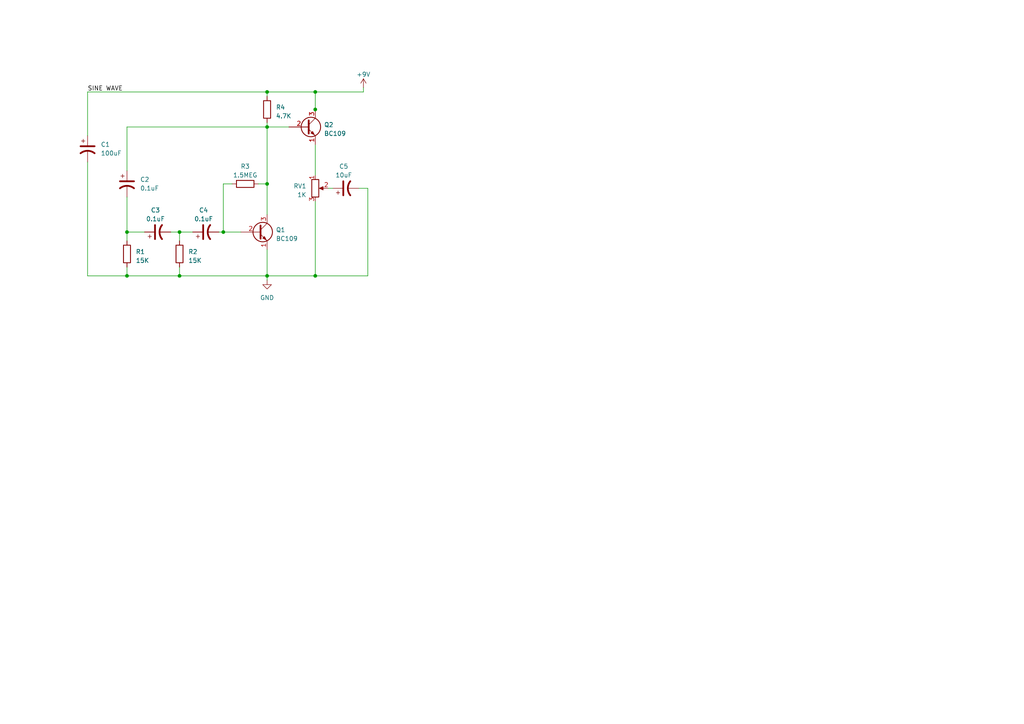
<source format=kicad_sch>
(kicad_sch (version 20230121) (generator eeschema)
  (paper "A4")
  (title_block (title "ethylene synth pcb design") (company "wheatfox"))
  (lib_symbols
    (symbol "Device:C_Polarized_US" (pin_numbers hide) (pin_names (offset 0.254) hide)
      (property "Reference" "C" (at 0.635 2.54 0))
      (property "Value" "C_Polarized_US" (at 0.635 -2.54 0))
      (symbol "C_Polarized_US_0_1"
        (polyline (pts (xy -2.032 0.762) (xy 2.032 0.762)) (stroke (width 0.508)))
        (polyline (pts (xy -1.778 2.286) (xy -0.762 2.286)))
        (polyline (pts (xy -1.27 1.778) (xy -1.27 2.794)))
        (arc (start 2.032 -1.27) (mid 0 -0.5572) (end -2.032 -1.27) (stroke (width 0.508)))
      )
      (symbol "C_Polarized_US_1_1"
        (pin passive line (at 0 3.81 270) (length 2.794) (name "~") (number "1"))
        (pin passive line (at 0 -3.81 90) (length 3.302) (name "~") (number "2"))
      )
    )
    (symbol "Device:R" (pin_numbers hide) (pin_names (offset 0))
      (property "Reference" "R" (at 2.032 0 90))
      (property "Value" "R" (at 0 0 90))
      (symbol "R_0_1"
        (rectangle (start -1.016 -2.54) (end 1.016 2.54) (stroke (width 0.254)))
      )
      (symbol "R_1_1"
        (pin passive line (at 0 3.81 270) (length 1.27) (name "~") (number "1"))
        (pin passive line (at 0 -3.81 90) (length 1.27) (name "~") (number "2"))
      )
    )
    (symbol "Device:R_Potentiometer" (pin_names (offset 1.016) hide)
      (property "Reference" "RV" (at -4.445 0 90))
      (property "Value" "R_Potentiometer" (at -2.54 0 90))
      (symbol "R_Potentiometer_0_1"
        (polyline (pts (xy 2.54 0) (xy 1.524 0)))
        (polyline (pts (xy 1.143 0) (xy 2.286 0.508) (xy 2.286 -0.508) (xy 1.143 0)) (fill (type outline)))
        (rectangle (start 1.016 2.54) (end -1.016 -2.54) (stroke (width 0.254)))
      )
      (symbol "R_Potentiometer_1_1"
        (pin passive line (at 0 3.81 270) (length 1.27) (name "1") (number "1"))
        (pin passive line (at 3.81 0 180) (length 1.27) (name "2") (number "2"))
        (pin passive line (at 0 -3.81 90) (length 1.27) (name "3") (number "3"))
      )
    )
    (symbol "Transistor_BJT:BC109" (pin_names (offset 0) hide)
      (property "Reference" "Q" (at 5.08 1.905 0))
      (property "Value" "BC109" (at 5.08 0 0))
      (symbol "BC109_0_1"
        (polyline (pts (xy 0.635 0.635) (xy 2.54 2.54)))
        (polyline (pts (xy 0.635 -0.635) (xy 2.54 -2.54) (xy 2.54 -2.54)))
        (polyline (pts (xy 0.635 1.905) (xy 0.635 -1.905) (xy 0.635 -1.905)) (stroke (width 0.508)))
        (polyline (pts (xy 1.27 -1.778) (xy 1.778 -1.27) (xy 2.286 -2.286) (xy 1.27 -1.778) (xy 1.27 -1.778)) (fill (type outline)))
        (circle (center 1.27 0) (radius 2.8194) (stroke (width 0.254)))
      )
      (symbol "BC109_1_1"
        (pin passive line (at 2.54 -5.08 90) (length 2.54) (name "E") (number "1"))
        (pin input line (at -5.08 0 0) (length 5.715) (name "B") (number "2"))
        (pin passive line (at 2.54 5.08 270) (length 2.54) (name "C") (number "3"))
      )
    )
    (symbol "power:+9V" (power) (pin_names (offset 0))
      (property "Value" "+9V" (at 0 3.556 0))
      (symbol "+9V_0_1"
        (polyline (pts (xy -0.762 1.27) (xy 0 2.54)))
        (polyline (pts (xy 0 0) (xy 0 2.54)))
        (polyline (pts (xy 0 2.54) (xy 0.762 1.27)))
      )
      (symbol "+9V_1_1"
        (pin power_in line (at 0 0 90) (length 0) hide (name "+9V") (number "1"))
      )
    )
    (symbol "power:GND" (power) (pin_names (offset 0))
      (property "Value" "GND" (at 0 -3.81 0))
      (symbol "GND_0_1"
        (polyline (pts (xy 0 0) (xy 0 -1.27) (xy 1.27 -1.27) (xy 0 -2.54) (xy -1.27 -1.27) (xy 0 -1.27)))
      )
      (symbol "GND_1_1"
        (pin power_in line (at 0 0 270) (length 0) hide (name "GND") (number "1"))
      )
    )
  )
  (junction (at 36.83 67.31))
  (junction (at 91.44 31.75))
  (junction (at 52.07 67.31))
  (junction (at 77.47 80.01))
  (junction (at 77.47 53.34))
  (junction (at 91.44 80.01))
  (junction (at 91.44 26.67))
  (junction (at 77.47 36.83))
  (junction (at 77.47 26.67))
  (junction (at 36.83 80.01))
  (junction (at 52.07 80.01))
  (junction (at 64.77 67.31))
  (wire (pts (xy 36.83 36.83) (xy 77.47 36.83)))
  (wire (pts (xy 77.47 26.67) (xy 77.47 27.94)))
  (wire (pts (xy 91.44 26.67) (xy 105.41 26.67)))
  (wire (pts (xy 36.83 77.47) (xy 36.83 80.01)))
  (wire (pts (xy 106.68 80.01) (xy 91.44 80.01)))
  (wire (pts (xy 77.47 80.01) (xy 91.44 80.01)))
  (wire (pts (xy 52.07 80.01) (xy 77.47 80.01)))
  (wire (pts (xy 77.47 35.56) (xy 77.47 36.83)))
  (wire (pts (xy 106.68 54.61) (xy 106.68 80.01)))
  (wire (pts (xy 52.07 67.31) (xy 55.88 67.31)))
  (wire (pts (xy 64.77 53.34) (xy 64.77 67.31)))
  (wire (pts (xy 25.4 26.67) (xy 25.4 39.37)))
  (wire (pts (xy 36.83 67.31) (xy 36.83 69.85)))
  (wire (pts (xy 25.4 46.99) (xy 25.4 80.01)))
  (wire (pts (xy 77.47 72.39) (xy 77.47 80.01)))
  (wire (pts (xy 91.44 41.91) (xy 91.44 50.8)))
  (wire (pts (xy 52.07 67.31) (xy 52.07 69.85)))
  (wire (pts (xy 77.47 36.83) (xy 77.47 53.34)))
  (wire (pts (xy 91.44 80.01) (xy 91.44 58.42)))
  (wire (pts (xy 36.83 67.31) (xy 36.83 57.15)))
  (wire (pts (xy 77.47 36.83) (xy 83.82 36.83)))
  (wire (pts (xy 77.47 80.01) (xy 77.47 81.28)))
  (wire (pts (xy 41.91 67.31) (xy 36.83 67.31)))
  (wire (pts (xy 49.53 67.31) (xy 52.07 67.31)))
  (wire (pts (xy 25.4 26.67) (xy 77.47 26.67)))
  (wire (pts (xy 64.77 53.34) (xy 67.31 53.34)))
  (wire (pts (xy 36.83 49.53) (xy 36.83 36.83)))
  (wire (pts (xy 74.93 53.34) (xy 77.47 53.34)))
  (wire (pts (xy 63.5 67.31) (xy 64.77 67.31)))
  (wire (pts (xy 105.41 26.67) (xy 105.41 25.4)))
  (wire (pts (xy 91.44 34.29) (xy 91.44 31.75)))
  (wire (pts (xy 77.47 26.67) (xy 91.44 26.67)))
  (wire (pts (xy 25.4 80.01) (xy 36.83 80.01)))
  (wire (pts (xy 64.77 67.31) (xy 69.85 67.31)))
  (wire (pts (xy 91.44 26.67) (xy 91.44 31.75)))
  (wire (pts (xy 77.47 53.34) (xy 77.47 62.23)))
  (wire (pts (xy 36.83 80.01) (xy 52.07 80.01)))
  (wire (pts (xy 106.68 54.61) (xy 104.14 54.61)))
  (wire (pts (xy 52.07 77.47) (xy 52.07 80.01)))
  (wire (pts (xy 95.25 54.61) (xy 96.52 54.61)))
  (label "SINE WAVE" (at 25.4 26.67 0))
  (symbol (lib_id "Device:R") (at 36.83 73.66 0) (unit 1)
    (property "Reference" "R1" (at 39.37 73.025 0) (effects (justify left)))
    (property "Value" "15K" (at 39.37 75.565 0) (effects (justify left)))
  )
  (symbol (lib_id "Device:C_Polarized_US") (at 100.33 54.61 90) (unit 1)
    (property "Reference" "C5" (at 99.695 48.26 90))
    (property "Value" "10uF" (at 99.695 50.8 90))
  )
  (symbol (lib_id "Device:R") (at 71.12 53.34 90) (unit 1)
    (property "Reference" "R3" (at 71.12 48.26 90))
    (property "Value" "1.5MEG" (at 71.12 50.8 90))
  )
  (symbol (lib_id "power:+9V") (at 105.41 25.4 0) (unit 1)
    (property "Reference" "#PWR01" (effects hide))
    (property "Value" "+9V" (at 105.41 21.59 0))
  )
  (symbol (lib_id "Device:C_Polarized_US") (at 36.83 53.34 0) (unit 1)
    (property "Reference" "C2" (at 40.64 52.07 0) (effects (justify left)))
    (property "Value" "0.1uF" (at 40.64 54.61 0) (effects (justify left)))
  )
  (symbol (lib_id "Transistor_BJT:BC109") (at 74.93 67.31 0) (unit 1)
    (property "Reference" "Q1" (at 80.01 66.675 0) (effects (justify left)))
    (property "Value" "BC109" (at 80.01 69.215 0) (effects (justify left)))
    (property "Footprint" "Package_TO_SOT_THT:TO-18-3" (effects hide))
    (property "Datasheet" "http://www.farnell.com/datasheets/296634.pdf" (effects hide))
  )
  (symbol (lib_id "Device:R") (at 52.07 73.66 0) (unit 1)
    (property "Reference" "R2" (at 54.61 73.025 0) (effects (justify left)))
    (property "Value" "15K" (at 54.61 75.565 0) (effects (justify left)))
  )
  (symbol (lib_id "power:GND") (at 77.47 81.28 0) (unit 1)
    (property "Reference" "#PWR02" (effects hide))
    (property "Value" "GND" (at 77.47 86.36 0))
  )
  (symbol (lib_id "Device:C_Polarized_US") (at 59.69 67.31 90) (unit 1)
    (property "Reference" "C4" (at 59.055 60.96 90))
    (property "Value" "0.1uF" (at 59.055 63.5 90))
  )
  (symbol (lib_id "Device:C_Polarized_US") (at 45.72 67.31 90) (unit 1)
    (property "Reference" "C3" (at 45.085 60.96 90))
    (property "Value" "0.1uF" (at 45.085 63.5 90))
  )
  (symbol (lib_id "Device:R") (at 77.47 31.75 0) (unit 1)
    (property "Reference" "R4" (at 80.01 31.115 0) (effects (justify left)))
    (property "Value" "4.7K" (at 80.01 33.655 0) (effects (justify left)))
  )
  (symbol (lib_id "Transistor_BJT:BC109") (at 88.9 36.83 0) (unit 1)
    (property "Reference" "Q2" (at 93.98 36.195 0) (effects (justify left)))
    (property "Value" "BC109" (at 93.98 38.735 0) (effects (justify left)))
    (property "Footprint" "Package_TO_SOT_THT:TO-18-3" (effects hide))
    (property "Datasheet" "http://www.farnell.com/datasheets/296634.pdf" (effects hide))
  )
  (symbol (lib_id "Device:C_Polarized_US") (at 25.4 43.18 0) (unit 1)
    (property "Reference" "C1" (at 29.21 41.91 0) (effects (justify left)))
    (property "Value" "100uF" (at 29.21 44.45 0) (effects (justify left)))
  )
  (symbol (lib_id "Device:R_Potentiometer") (at 91.44 54.61 0) (unit 1)
    (property "Reference" "RV1" (at 88.9 53.975 0) (effects (justify right)))
    (property "Value" "1K" (at 88.9 56.515 0) (effects (justify right)))
  )
)
</source>
